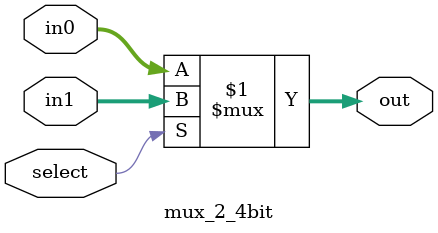
<source format=v>
module mux_2_4bit(select,in0,in1,out);
	input select;
	input [3:0] in0, in1;
	output[3:0] out;
	assign out= select ? in1 : in0;
endmodule


</source>
